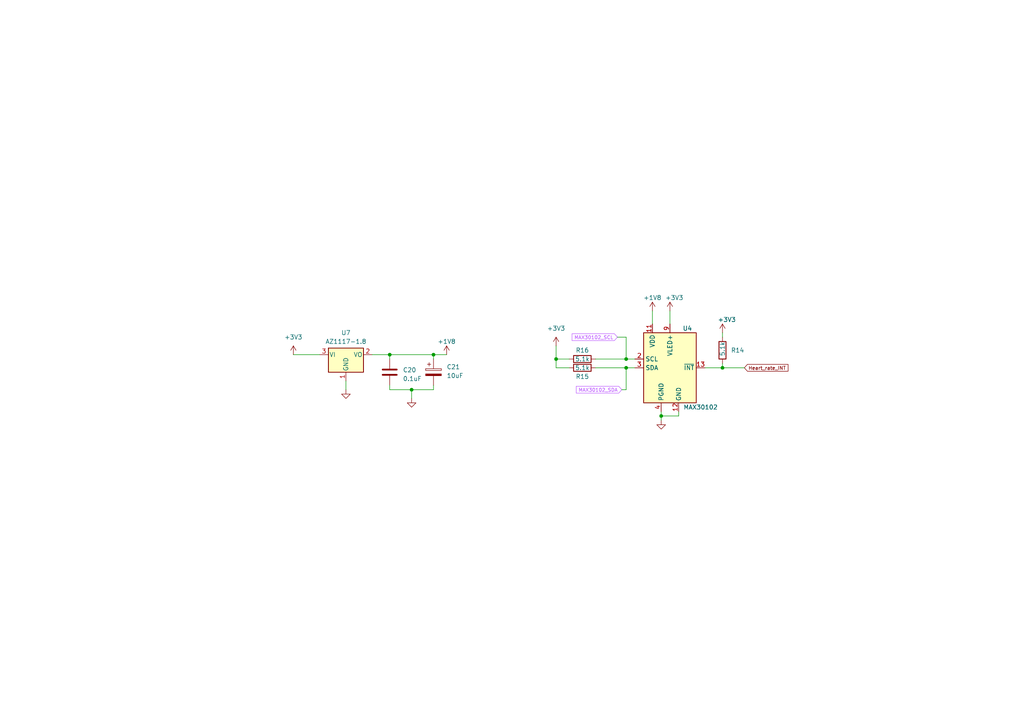
<source format=kicad_sch>
(kicad_sch (version 20230121) (generator eeschema)
  (paper "A4")
  (lib_symbols
    (symbol "Device:C" (pin_numbers hide) (pin_names (offset 0.254))
      (property "Reference" "C" (at 0.635 2.54 0))
      (property "Value" "C" (at 0.635 -2.54 0))
      (symbol "C_0_1"
        (polyline (pts (xy -2.032 -0.762) (xy 2.032 -0.762)) (stroke (width 0.508)))
        (polyline (pts (xy -2.032 0.762) (xy 2.032 0.762)) (stroke (width 0.508)))
      )
      (symbol "C_1_1"
        (pin passive line (at 0 3.81 270) (length 2.794) (name "~") (number "1"))
        (pin passive line (at 0 -3.81 90) (length 2.794) (name "~") (number "2"))
      )
    )
    (symbol "Device:C_Polarized" (pin_numbers hide) (pin_names (offset 0.254))
      (property "Reference" "C" (at 0.635 2.54 0))
      (property "Value" "C_Polarized" (at 0.635 -2.54 0))
      (symbol "C_Polarized_0_1"
        (rectangle (start -2.286 0.508) (end 2.286 1.016))
        (polyline (pts (xy -1.778 2.286) (xy -0.762 2.286)))
        (polyline (pts (xy -1.27 2.794) (xy -1.27 1.778)))
        (rectangle (start 2.286 -0.508) (end -2.286 -1.016) (fill (type outline)))
      )
      (symbol "C_Polarized_1_1"
        (pin passive line (at 0 3.81 270) (length 2.794) (name "~") (number "1"))
        (pin passive line (at 0 -3.81 90) (length 2.794) (name "~") (number "2"))
      )
    )
    (symbol "Device:R" (pin_numbers hide) (pin_names (offset 0))
      (property "Reference" "R" (at 2.032 0 90))
      (property "Value" "R" (at 0 0 90))
      (symbol "R_0_1"
        (rectangle (start -1.016 -2.54) (end 1.016 2.54) (stroke (width 0.254)))
      )
      (symbol "R_1_1"
        (pin passive line (at 0 3.81 270) (length 1.27) (name "~") (number "1"))
        (pin passive line (at 0 -3.81 90) (length 1.27) (name "~") (number "2"))
      )
    )
    (symbol "Regulator_Linear:AZ1117-1.8" (pin_names (offset 0.254))
      (property "Reference" "U" (at -3.81 3.175 0))
      (property "Value" "AZ1117-1.8" (at 0 3.175 0))
      (symbol "AZ1117-1.8_0_1"
        (rectangle (start -5.08 1.905) (end 5.08 -5.08) (stroke (width 0.254)) (fill (type background)))
      )
      (symbol "AZ1117-1.8_1_1"
        (pin power_in line (at 0 -7.62 90) (length 2.54) (name "GND") (number "1"))
        (pin power_out line (at 7.62 0 180) (length 2.54) (name "VO") (number "2"))
        (pin power_in line (at -7.62 0 0) (length 2.54) (name "VI") (number "3"))
      )
    )
    (symbol "Sensor:MAX30102"
      (property "Reference" "U" (at 7.62 15.24 0))
      (property "Value" "MAX30102" (at 7.62 12.7 0))
      (symbol "MAX30102_0_1"
        (rectangle (start -7.62 10.16) (end 7.62 -10.16) (stroke (width 0.254)) (fill (type background)))
      )
      (symbol "MAX30102_1_1"
        (pin no_connect line (at -7.62 5.08 0) (length 2.54) hide (name "NC") (number "1"))
        (pin passive line (at 0 12.7 270) (length 2.54) hide (name "VLED+") (number "10"))
        (pin power_in line (at -5.08 12.7 270) (length 2.54) (name "VDD") (number "11"))
        (pin power_in line (at 2.54 -12.7 90) (length 2.54) (name "GND") (number "12"))
        (pin output line (at 10.16 0 180) (length 2.54) (name "~{INT}") (number "13"))
        (pin no_connect line (at 7.62 2.54 180) (length 2.54) hide (name "NC") (number "14"))
        (pin input line (at -10.16 2.54 0) (length 2.54) (name "SCL") (number "2"))
        (pin bidirectional line (at -10.16 0 0) (length 2.54) (name "SDA") (number "3"))
        (pin power_in line (at -2.54 -12.7 90) (length 2.54) (name "PGND") (number "4"))
        (pin no_connect line (at 7.62 -7.62 180) (length 2.54) hide (name "NC") (number "5"))
        (pin no_connect line (at 7.62 -5.08 180) (length 2.54) hide (name "NC") (number "6"))
        (pin no_connect line (at -7.62 -2.54 0) (length 2.54) hide (name "NC") (number "7"))
        (pin no_connect line (at 7.62 5.08 180) (length 2.54) hide (name "NC") (number "8"))
        (pin power_in line (at 0 12.7 270) (length 2.54) (name "VLED+") (number "9"))
      )
    )
    (symbol "power:+1V8" (power) (pin_names (offset 0))
      (property "Value" "+1V8" (at 0 3.556 0))
      (symbol "+1V8_0_1"
        (polyline (pts (xy -0.762 1.27) (xy 0 2.54)))
        (polyline (pts (xy 0 0) (xy 0 2.54)))
        (polyline (pts (xy 0 2.54) (xy 0.762 1.27)))
      )
      (symbol "+1V8_1_1"
        (pin power_in line (at 0 0 90) (length 0) hide (name "+1V8") (number "1"))
      )
    )
    (symbol "power:+3V3" (power) (pin_names (offset 0))
      (property "Value" "+3V3" (at 0 3.556 0))
      (symbol "+3V3_0_1"
        (polyline (pts (xy -0.762 1.27) (xy 0 2.54)))
        (polyline (pts (xy 0 0) (xy 0 2.54)))
        (polyline (pts (xy 0 2.54) (xy 0.762 1.27)))
      )
      (symbol "+3V3_1_1"
        (pin power_in line (at 0 0 90) (length 0) hide (name "+3V3") (number "1"))
      )
    )
    (symbol "power:GND" (power) (pin_names (offset 0))
      (property "Value" "GND" (at 0 -3.81 0))
      (symbol "GND_0_1"
        (polyline (pts (xy 0 0) (xy 0 -1.27) (xy 1.27 -1.27) (xy 0 -2.54) (xy -1.27 -1.27) (xy 0 -1.27)))
      )
      (symbol "GND_1_1"
        (pin power_in line (at 0 0 270) (length 0) hide (name "GND") (number "1"))
      )
    )
  )
  (junction (at 113.03 102.87))
  (junction (at 209.55 106.68))
  (junction (at 161.29 104.14))
  (junction (at 119.38 113.03))
  (junction (at 191.77 120.65))
  (junction (at 181.61 106.68))
  (junction (at 181.61 104.14))
  (junction (at 125.73 102.87))
  (wire (pts (xy 181.61 113.03) (xy 181.61 106.68)))
  (wire (pts (xy 119.38 113.03) (xy 125.73 113.03)))
  (wire (pts (xy 113.03 113.03) (xy 119.38 113.03)))
  (wire (pts (xy 85.09 102.87) (xy 92.71 102.87)))
  (wire (pts (xy 125.73 102.87) (xy 125.73 104.14)))
  (wire (pts (xy 196.85 120.65) (xy 191.77 120.65)))
  (wire (pts (xy 209.55 105.41) (xy 209.55 106.68)))
  (wire (pts (xy 113.03 113.03) (xy 113.03 111.76)))
  (wire (pts (xy 165.1 104.14) (xy 161.29 104.14)))
  (wire (pts (xy 161.29 106.68) (xy 161.29 104.14)))
  (wire (pts (xy 172.72 104.14) (xy 181.61 104.14)))
  (wire (pts (xy 209.55 106.68) (xy 204.47 106.68)))
  (wire (pts (xy 181.61 97.79) (xy 181.61 104.14)))
  (wire (pts (xy 191.77 120.65) (xy 191.77 119.38)))
  (wire (pts (xy 119.38 115.57) (xy 119.38 113.03)))
  (wire (pts (xy 100.33 113.03) (xy 100.33 110.49)))
  (wire (pts (xy 129.54 102.87) (xy 125.73 102.87)))
  (wire (pts (xy 181.61 106.68) (xy 184.15 106.68)))
  (wire (pts (xy 113.03 102.87) (xy 107.95 102.87)))
  (wire (pts (xy 161.29 104.14) (xy 161.29 100.33)))
  (wire (pts (xy 179.07 97.79) (xy 181.61 97.79)))
  (wire (pts (xy 196.85 119.38) (xy 196.85 120.65)))
  (wire (pts (xy 113.03 102.87) (xy 125.73 102.87)))
  (wire (pts (xy 180.34 113.03) (xy 181.61 113.03)))
  (wire (pts (xy 113.03 104.14) (xy 113.03 102.87)))
  (wire (pts (xy 172.72 106.68) (xy 181.61 106.68)))
  (wire (pts (xy 209.55 106.68) (xy 215.9 106.68)))
  (wire (pts (xy 191.77 120.65) (xy 191.77 121.92)))
  (wire (pts (xy 194.31 90.17) (xy 194.31 93.98)))
  (wire (pts (xy 189.23 90.17) (xy 189.23 93.98)))
  (wire (pts (xy 125.73 113.03) (xy 125.73 111.76)))
  (wire (pts (xy 209.55 96.52) (xy 209.55 97.79)))
  (wire (pts (xy 181.61 104.14) (xy 184.15 104.14)))
  (wire (pts (xy 161.29 106.68) (xy 165.1 106.68)))
  (global_label "Heart_rate_INT" (shape input) (at 215.9 106.68 0) (effects (font (size 1 1))) (property "Intersheetrefs" "${INTERSHEET_REFS}" (effects hide)))
  (global_label "MAX30102_SDA" (shape input) (at 180.34 113.03 180) (effects (font (size 1 1))) (property "Intersheetrefs" "${INTERSHEET_REFS}" (effects hide)))
  (global_label "MAX30102_SCL" (shape input) (at 179.07 97.79 180) (effects (font (size 1 1))) (property "Intersheetrefs" "${INTERSHEET_REFS}" (effects hide)))
  (symbol (lib_id "Regulator_Linear:AZ1117-1.8") (at 100.33 102.87 0) (unit 1)
    (property "Reference" "U7" (at 100.33 96.52 0))
    (property "Value" "AZ1117-1.8" (at 100.33 99.06 0))
    (property "Datasheet" "https://www.diodes.com/assets/Datasheets/AZ1117.pdf" (effects hide))
  )
  (symbol (lib_id "Device:C") (at 113.03 107.95 0) (unit 1)
    (property "Reference" "C20" (at 116.84 107.315 0) (effects (justify left)))
    (property "Value" "0.1uF" (at 116.84 109.855 0) (effects (justify left)))
  )
  (symbol (lib_id "power:+3V3") (at 209.55 96.52 0) (unit 1)
    (property "Reference" "#PWR08" (effects hide))
    (property "Value" "+3V3" (at 210.82 92.71 0))
    (instances (project "RP2040_SOS_band" (path "" (reference "#PWR08") (unit 1)) (path "" (reference "#PWR06") (unit 1)) (path "" (reference "#PWR041") (unit 1))))
  )
  (symbol (lib_id "power:+3V3") (at 194.31 90.17 0) (unit 1)
    (property "Reference" "#PWR08" (effects hide))
    (property "Value" "+3V3" (at 195.58 86.36 0))
    (instances (project "RP2040_SOS_band" (path "" (reference "#PWR08") (unit 1)) (path "" (reference "#PWR06") (unit 1)) (path "" (reference "#PWR036") (unit 1))))
  )
  (symbol (lib_id "power:+1V8") (at 189.23 90.17 0) (unit 1)
    (property "Reference" "#PWR040" (effects hide))
    (property "Value" "+1V8" (at 189.23 86.36 0))
  )
  (symbol (lib_id "power:+1V8") (at 129.54 102.87 0) (unit 1)
    (property "Reference" "#PWR039" (effects hide))
    (property "Value" "+1V8" (at 129.54 99.06 0))
  )
  (symbol (lib_id "power:GND") (at 119.38 115.57 0) (unit 1)
    (property "Reference" "#PWR031" (effects hide))
    (property "Value" "GND" (effects hide))
    (instances (project "RP2040_SOS_band" (path "" (reference "#PWR031") (unit 1)) (path "" (reference "#PWR032") (unit 1))))
  )
  (symbol (lib_id "Device:R") (at 168.91 106.68 90) (unit 1)
    (property "Reference" "R15" (at 168.91 109.22 90))
    (property "Value" "5.1k" (at 168.91 106.68 90))
  )
  (symbol (lib_id "power:+3V3") (at 161.29 100.33 0) (unit 1)
    (property "Reference" "#PWR08" (effects hide))
    (property "Value" "+3V3" (at 161.29 95.25 0))
    (instances (project "RP2040_SOS_band" (path "" (reference "#PWR08") (unit 1)) (path "" (reference "#PWR06") (unit 1)) (path "" (reference "#PWR037") (unit 1))))
  )
  (symbol (lib_id "Device:R") (at 168.91 104.14 90) (unit 1)
    (property "Reference" "R16" (at 168.91 101.6 90))
    (property "Value" "5.1k" (at 168.91 104.14 90))
  )
  (symbol (lib_id "Device:R") (at 209.55 101.6 180) (unit 1)
    (property "Reference" "R14" (at 215.9 101.6 0) (effects (justify left)))
    (property "Value" "5.1k" (at 209.55 99.06 90) (effects (justify left)))
  )
  (symbol (lib_id "Sensor:MAX30102") (at 194.31 106.68 0) (unit 1)
    (property "Reference" "U4" (at 199.39 95.25 0))
    (property "Value" "MAX30102" (at 203.2 118.11 0))
    (property "Footprint" "OptoDevice:Maxim_OLGA-14_3.3x5.6mm_P0.8mm" (effects hide))
    (property "Datasheet" "https://datasheets.maximintegrated.com/en/ds/MAX30102.pdf" (effects hide))
  )
  (symbol (lib_id "Device:C_Polarized") (at 125.73 107.95 0) (unit 1)
    (property "Reference" "C21" (at 129.54 106.426 0) (effects (justify left)))
    (property "Value" "10uF" (at 129.54 108.966 0) (effects (justify left)))
  )
  (symbol (lib_id "power:GND") (at 100.33 113.03 0) (unit 1)
    (property "Reference" "#PWR031" (effects hide))
    (property "Value" "GND" (effects hide))
    (instances (project "RP2040_SOS_band" (path "" (reference "#PWR031") (unit 1)) (path "" (reference "#PWR035") (unit 1))))
  )
  (symbol (lib_id "power:GND") (at 191.77 121.92 0) (unit 1)
    (property "Reference" "#PWR031" (effects hide))
    (property "Value" "GND" (effects hide))
    (instances (project "RP2040_SOS_band" (path "" (reference "#PWR031") (unit 1)) (path "" (reference "#PWR038") (unit 1))))
  )
  (symbol (lib_id "power:+3V3") (at 85.09 102.87 0) (unit 1)
    (property "Reference" "#PWR08" (effects hide))
    (property "Value" "+3V3" (at 85.09 97.79 0))
    (instances (project "RP2040_SOS_band" (path "" (reference "#PWR08") (unit 1)) (path "" (reference "#PWR06") (unit 1)) (path "" (reference "#PWR034") (unit 1))))
  )
)
</source>
